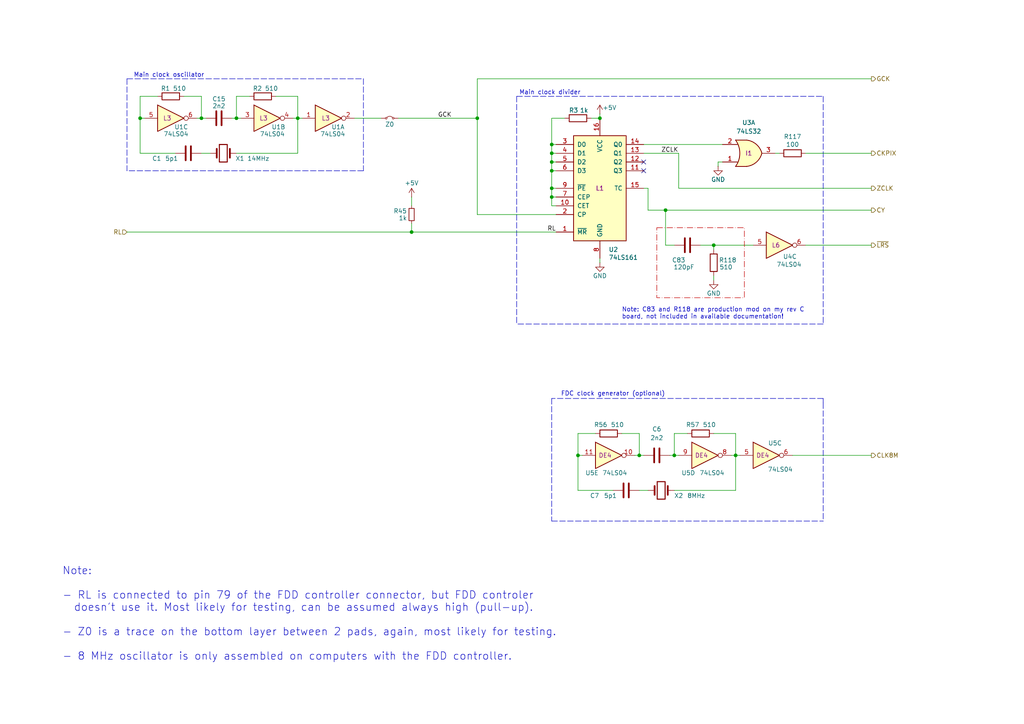
<source format=kicad_sch>
(kicad_sch (version 20231120) (generator "eeschema") (generator_version "8.0")
  (paper "A4")
  (title_block (title "Elwro 800 Junior Rev C - clock generators") (company "Przemysław Węgrzyn <pwegrzyn@codepainters.com>"))
  (lib_symbols
    (symbol "74xx:74LS04"
      (property "Reference" "U" (at 0 1.27 0))
      (property "Value" "74LS04" (at 0 -1.27 0))
      (symbol "74LS04_1_0"
        (polyline (pts (xy -3.81 3.81) (xy -3.81 -3.81) (xy 3.81 0) (xy -3.81 3.81)) (stroke (width 0.254)) (fill (type background)))
        (pin input line (at -7.62 0 0) (length 3.81) (name "~") (number "1"))
        (pin output inverted (at 7.62 0 180) (length 3.81) (name "~") (number "2"))
      )
      (symbol "74LS04_2_0"
        (polyline (pts (xy -3.81 3.81) (xy -3.81 -3.81) (xy 3.81 0) (xy -3.81 3.81)) (stroke (width 0.254)) (fill (type background)))
        (pin input line (at -7.62 0 0) (length 3.81) (name "~") (number "3"))
        (pin output inverted (at 7.62 0 180) (length 3.81) (name "~") (number "4"))
      )
      (symbol "74LS04_3_0"
        (polyline (pts (xy -3.81 3.81) (xy -3.81 -3.81) (xy 3.81 0) (xy -3.81 3.81)) (stroke (width 0.254)) (fill (type background)))
        (pin input line (at -7.62 0 0) (length 3.81) (name "~") (number "5"))
        (pin output inverted (at 7.62 0 180) (length 3.81) (name "~") (number "6"))
      )
      (symbol "74LS04_4_0"
        (polyline (pts (xy -3.81 3.81) (xy -3.81 -3.81) (xy 3.81 0) (xy -3.81 3.81)) (stroke (width 0.254)) (fill (type background)))
        (pin output inverted (at 7.62 0 180) (length 3.81) (name "~") (number "8"))
        (pin input line (at -7.62 0 0) (length 3.81) (name "~") (number "9"))
      )
      (symbol "74LS04_5_0"
        (polyline (pts (xy -3.81 3.81) (xy -3.81 -3.81) (xy 3.81 0) (xy -3.81 3.81)) (stroke (width 0.254)) (fill (type background)))
        (pin output inverted (at 7.62 0 180) (length 3.81) (name "~") (number "10"))
        (pin input line (at -7.62 0 0) (length 3.81) (name "~") (number "11"))
      )
      (symbol "74LS04_6_0"
        (polyline (pts (xy -3.81 3.81) (xy -3.81 -3.81) (xy 3.81 0) (xy -3.81 3.81)) (stroke (width 0.254)) (fill (type background)))
        (pin output inverted (at 7.62 0 180) (length 3.81) (name "~") (number "12"))
        (pin input line (at -7.62 0 0) (length 3.81) (name "~") (number "13"))
      )
      (symbol "74LS04_7_0"
        (pin power_in line (at 0 12.7 270) (length 5.08) (name "VCC") (number "14"))
        (pin power_in line (at 0 -12.7 90) (length 5.08) (name "GND") (number "7"))
      )
      (symbol "74LS04_7_1"
        (rectangle (start -5.08 7.62) (end 5.08 -7.62) (stroke (width 0.254)) (fill (type background)))
      )
    )
    (symbol "74xx:74LS161" (pin_names (offset 1.016))
      (property "Reference" "U" (at -7.62 16.51 0))
      (property "Value" "74LS161" (at -7.62 -16.51 0))
      (symbol "74LS161_1_0"
        (pin input line (at -12.7 -12.7 0) (length 5.08) (name "~{MR}") (number "1"))
        (pin input line (at -12.7 -5.08 0) (length 5.08) (name "CET") (number "10"))
        (pin output line (at 12.7 5.08 180) (length 5.08) (name "Q3") (number "11"))
        (pin output line (at 12.7 7.62 180) (length 5.08) (name "Q2") (number "12"))
        (pin output line (at 12.7 10.16 180) (length 5.08) (name "Q1") (number "13"))
        (pin output line (at 12.7 12.7 180) (length 5.08) (name "Q0") (number "14"))
        (pin output line (at 12.7 0 180) (length 5.08) (name "TC") (number "15"))
        (pin power_in line (at 0 20.32 270) (length 5.08) (name "VCC") (number "16"))
        (pin input line (at -12.7 -7.62 0) (length 5.08) (name "CP") (number "2"))
        (pin input line (at -12.7 12.7 0) (length 5.08) (name "D0") (number "3"))
        (pin input line (at -12.7 10.16 0) (length 5.08) (name "D1") (number "4"))
        (pin input line (at -12.7 7.62 0) (length 5.08) (name "D2") (number "5"))
        (pin input line (at -12.7 5.08 0) (length 5.08) (name "D3") (number "6"))
        (pin input line (at -12.7 -2.54 0) (length 5.08) (name "CEP") (number "7"))
        (pin power_in line (at 0 -20.32 90) (length 5.08) (name "GND") (number "8"))
        (pin input line (at -12.7 0 0) (length 5.08) (name "~{PE}") (number "9"))
      )
      (symbol "74LS161_1_1"
        (rectangle (start -7.62 15.24) (end 7.62 -15.24) (stroke (width 0.254)) (fill (type background)))
      )
    )
    (symbol "74xx:74LS32" (pin_names (offset 1.016))
      (property "Reference" "U" (at 0 1.27 0))
      (property "Value" "74LS32" (at 0 -1.27 0))
      (symbol "74LS32_1_1"
        (arc (start -3.81 -3.81) (mid -2.589 0) (end -3.81 3.81) (stroke (width 0.254)))
        (arc (start -0.6096 -3.81) (mid 2.1842 -2.5851) (end 3.81 0) (stroke (width 0.254)) (fill (type background)))
        (polyline (pts (xy -3.81 -3.81) (xy -0.635 -3.81)) (stroke (width 0.254)) (fill (type background)))
        (polyline (pts (xy -3.81 3.81) (xy -0.635 3.81)) (stroke (width 0.254)) (fill (type background)))
        (polyline (pts (xy -0.635 3.81) (xy -3.81 3.81) (xy -3.81 3.81) (xy -3.556 3.4036) (xy -3.0226 2.2606) (xy -2.6924 1.0414) (xy -2.6162 -0.254) (xy -2.7686 -1.4986) (xy -3.175 -2.7178) (xy -3.81 -3.81) (xy -3.81 -3.81) (xy -0.635 -3.81)) (stroke (width -25.4)) (fill (type background)))
        (arc (start 3.81 0) (mid 2.1915 2.5936) (end -0.6096 3.81) (stroke (width 0.254)) (fill (type background)))
        (pin input line (at -7.62 2.54 0) (length 4.318) (name "~") (number "1"))
        (pin input line (at -7.62 -2.54 0) (length 4.318) (name "~") (number "2"))
        (pin output line (at 7.62 0 180) (length 3.81) (name "~") (number "3"))
      )
      (symbol "74LS32_1_2"
        (arc (start 0 -3.81) (mid 3.7934 0) (end 0 3.81) (stroke (width 0.254)) (fill (type background)))
        (polyline (pts (xy 0 3.81) (xy -3.81 3.81) (xy -3.81 -3.81) (xy 0 -3.81)) (stroke (width 0.254)) (fill (type background)))
        (pin input inverted (at -7.62 2.54 0) (length 3.81) (name "~") (number "1"))
        (pin input inverted (at -7.62 -2.54 0) (length 3.81) (name "~") (number "2"))
        (pin output inverted (at 7.62 0 180) (length 3.81) (name "~") (number "3"))
      )
      (symbol "74LS32_2_1"
        (arc (start -3.81 -3.81) (mid -2.589 0) (end -3.81 3.81) (stroke (width 0.254)))
        (arc (start -0.6096 -3.81) (mid 2.1842 -2.5851) (end 3.81 0) (stroke (width 0.254)) (fill (type background)))
        (polyline (pts (xy -3.81 -3.81) (xy -0.635 -3.81)) (stroke (width 0.254)) (fill (type background)))
        (polyline (pts (xy -3.81 3.81) (xy -0.635 3.81)) (stroke (width 0.254)) (fill (type background)))
        (polyline (pts (xy -0.635 3.81) (xy -3.81 3.81) (xy -3.81 3.81) (xy -3.556 3.4036) (xy -3.0226 2.2606) (xy -2.6924 1.0414) (xy -2.6162 -0.254) (xy -2.7686 -1.4986) (xy -3.175 -2.7178) (xy -3.81 -3.81) (xy -3.81 -3.81) (xy -0.635 -3.81)) (stroke (width -25.4)) (fill (type background)))
        (arc (start 3.81 0) (mid 2.1915 2.5936) (end -0.6096 3.81) (stroke (width 0.254)) (fill (type background)))
        (pin input line (at -7.62 2.54 0) (length 4.318) (name "~") (number "4"))
        (pin input line (at -7.62 -2.54 0) (length 4.318) (name "~") (number "5"))
        (pin output line (at 7.62 0 180) (length 3.81) (name "~") (number "6"))
      )
      (symbol "74LS32_2_2"
        (arc (start 0 -3.81) (mid 3.7934 0) (end 0 3.81) (stroke (width 0.254)) (fill (type background)))
        (polyline (pts (xy 0 3.81) (xy -3.81 3.81) (xy -3.81 -3.81) (xy 0 -3.81)) (stroke (width 0.254)) (fill (type background)))
        (pin input inverted (at -7.62 2.54 0) (length 3.81) (name "~") (number "4"))
        (pin input inverted (at -7.62 -2.54 0) (length 3.81) (name "~") (number "5"))
        (pin output inverted (at 7.62 0 180) (length 3.81) (name "~") (number "6"))
      )
      (symbol "74LS32_3_1"
        (arc (start -3.81 -3.81) (mid -2.589 0) (end -3.81 3.81) (stroke (width 0.254)))
        (arc (start -0.6096 -3.81) (mid 2.1842 -2.5851) (end 3.81 0) (stroke (width 0.254)) (fill (type background)))
        (polyline (pts (xy -3.81 -3.81) (xy -0.635 -3.81)) (stroke (width 0.254)) (fill (type background)))
        (polyline (pts (xy -3.81 3.81) (xy -0.635 3.81)) (stroke (width 0.254)) (fill (type background)))
        (polyline (pts (xy -0.635 3.81) (xy -3.81 3.81) (xy -3.81 3.81) (xy -3.556 3.4036) (xy -3.0226 2.2606) (xy -2.6924 1.0414) (xy -2.6162 -0.254) (xy -2.7686 -1.4986) (xy -3.175 -2.7178) (xy -3.81 -3.81) (xy -3.81 -3.81) (xy -0.635 -3.81)) (stroke (width -25.4)) (fill (type background)))
        (arc (start 3.81 0) (mid 2.1915 2.5936) (end -0.6096 3.81) (stroke (width 0.254)) (fill (type background)))
        (pin input line (at -7.62 -2.54 0) (length 4.318) (name "~") (number "10"))
        (pin output line (at 7.62 0 180) (length 3.81) (name "~") (number "8"))
        (pin input line (at -7.62 2.54 0) (length 4.318) (name "~") (number "9"))
      )
      (symbol "74LS32_3_2"
        (arc (start 0 -3.81) (mid 3.7934 0) (end 0 3.81) (stroke (width 0.254)) (fill (type background)))
        (polyline (pts (xy 0 3.81) (xy -3.81 3.81) (xy -3.81 -3.81) (xy 0 -3.81)) (stroke (width 0.254)) (fill (type background)))
        (pin input inverted (at -7.62 -2.54 0) (length 3.81) (name "~") (number "10"))
        (pin output inverted (at 7.62 0 180) (length 3.81) (name "~") (number "8"))
        (pin input inverted (at -7.62 2.54 0) (length 3.81) (name "~") (number "9"))
      )
      (symbol "74LS32_4_1"
        (arc (start -3.81 -3.81) (mid -2.589 0) (end -3.81 3.81) (stroke (width 0.254)))
        (arc (start -0.6096 -3.81) (mid 2.1842 -2.5851) (end 3.81 0) (stroke (width 0.254)) (fill (type background)))
        (polyline (pts (xy -3.81 -3.81) (xy -0.635 -3.81)) (stroke (width 0.254)) (fill (type background)))
        (polyline (pts (xy -3.81 3.81) (xy -0.635 3.81)) (stroke (width 0.254)) (fill (type background)))
        (polyline (pts (xy -0.635 3.81) (xy -3.81 3.81) (xy -3.81 3.81) (xy -3.556 3.4036) (xy -3.0226 2.2606) (xy -2.6924 1.0414) (xy -2.6162 -0.254) (xy -2.7686 -1.4986) (xy -3.175 -2.7178) (xy -3.81 -3.81) (xy -3.81 -3.81) (xy -0.635 -3.81)) (stroke (width -25.4)) (fill (type background)))
        (arc (start 3.81 0) (mid 2.1915 2.5936) (end -0.6096 3.81) (stroke (width 0.254)) (fill (type background)))
        (pin output line (at 7.62 0 180) (length 3.81) (name "~") (number "11"))
        (pin input line (at -7.62 2.54 0) (length 4.318) (name "~") (number "12"))
        (pin input line (at -7.62 -2.54 0) (length 4.318) (name "~") (number "13"))
      )
      (symbol "74LS32_4_2"
        (arc (start 0 -3.81) (mid 3.7934 0) (end 0 3.81) (stroke (width 0.254)) (fill (type background)))
        (polyline (pts (xy 0 3.81) (xy -3.81 3.81) (xy -3.81 -3.81) (xy 0 -3.81)) (stroke (width 0.254)) (fill (type background)))
        (pin output inverted (at 7.62 0 180) (length 3.81) (name "~") (number "11"))
        (pin input inverted (at -7.62 2.54 0) (length 3.81) (name "~") (number "12"))
        (pin input inverted (at -7.62 -2.54 0) (length 3.81) (name "~") (number "13"))
      )
      (symbol "74LS32_5_0"
        (pin power_in line (at 0 12.7 270) (length 5.08) (name "VCC") (number "14"))
        (pin power_in line (at 0 -12.7 90) (length 5.08) (name "GND") (number "7"))
      )
      (symbol "74LS32_5_1"
        (rectangle (start -5.08 7.62) (end 5.08 -7.62) (stroke (width 0.254)) (fill (type background)))
      )
    )
    (symbol "Device:C" (pin_numbers hide) (pin_names (offset 0.254))
      (property "Reference" "C" (at 0.635 2.54 0))
      (property "Value" "C" (at 0.635 -2.54 0))
      (symbol "C_0_1"
        (polyline (pts (xy -2.032 -0.762) (xy 2.032 -0.762)) (stroke (width 0.508)))
        (polyline (pts (xy -2.032 0.762) (xy 2.032 0.762)) (stroke (width 0.508)))
      )
      (symbol "C_1_1"
        (pin passive line (at 0 3.81 270) (length 2.794) (name "~") (number "1"))
        (pin passive line (at 0 -3.81 90) (length 2.794) (name "~") (number "2"))
      )
    )
    (symbol "Device:Crystal" (pin_numbers hide) (pin_names (offset 1.016) hide)
      (property "Reference" "Y" (at 0 3.81 0))
      (property "Value" "Crystal" (at 0 -3.81 0))
      (symbol "Crystal_0_1"
        (rectangle (start -1.143 2.54) (end 1.143 -2.54) (stroke (width 0.3048)))
        (polyline (pts (xy -2.54 0) (xy -1.905 0)))
        (polyline (pts (xy -1.905 -1.27) (xy -1.905 1.27)) (stroke (width 0.508)))
        (polyline (pts (xy 1.905 -1.27) (xy 1.905 1.27)) (stroke (width 0.508)))
        (polyline (pts (xy 2.54 0) (xy 1.905 0)))
      )
      (symbol "Crystal_1_1"
        (pin passive line (at -3.81 0 0) (length 1.27) (name "1") (number "1"))
        (pin passive line (at 3.81 0 180) (length 1.27) (name "2") (number "2"))
      )
    )
    (symbol "Device:R" (pin_numbers hide) (pin_names (offset 0))
      (property "Reference" "R" (at 2.032 0 90))
      (property "Value" "R" (at 0 0 90))
      (symbol "R_0_1"
        (rectangle (start -1.016 -2.54) (end 1.016 2.54) (stroke (width 0.254)))
      )
      (symbol "R_1_1"
        (pin passive line (at 0 3.81 270) (length 1.27) (name "~") (number "1"))
        (pin passive line (at 0 -3.81 90) (length 1.27) (name "~") (number "2"))
      )
    )
    (symbol "Device:R_Small" (pin_numbers hide) (pin_names (offset 0.254) hide)
      (property "Reference" "R" (at 0.762 0.508 0))
      (property "Value" "R_Small" (at 0.762 -1.016 0))
      (symbol "R_Small_0_1"
        (rectangle (start -0.762 1.778) (end 0.762 -1.778) (stroke (width 0.2032)))
      )
      (symbol "R_Small_1_1"
        (pin passive line (at 0 2.54 270) (length 0.762) (name "~") (number "1"))
        (pin passive line (at 0 -2.54 90) (length 0.762) (name "~") (number "2"))
      )
    )
    (symbol "Jumper:Jumper_2_Small_Bridged" (pin_numbers hide) (pin_names (offset 0) hide) (exclude_from_sim yes)
      (property "Reference" "JP" (at 0 2.032 0))
      (property "Value" "Jumper_2_Small_Bridged" (at 0 -2.286 0))
      (symbol "Jumper_2_Small_Bridged_0_0"
        (circle (center -1.016 0) (radius 0.254))
        (circle (center 1.016 0) (radius 0.254))
      )
      (symbol "Jumper_2_Small_Bridged_0_1"
        (arc (start 0.762 0.254) (mid 0 0.5696) (end -0.762 0.254))
      )
      (symbol "Jumper_2_Small_Bridged_1_1"
        (pin passive line (at -2.54 0 0) (length 1.27) (name "A") (number "1"))
        (pin passive line (at 2.54 0 180) (length 1.27) (name "B") (number "2"))
      )
    )
    (symbol "power:+5V" (power) (pin_numbers hide) (pin_names (offset 0) hide)
      (property "Value" "+5V" (at 0 3.556 0))
      (symbol "+5V_0_1"
        (polyline (pts (xy -0.762 1.27) (xy 0 2.54)))
        (polyline (pts (xy 0 0) (xy 0 2.54)))
        (polyline (pts (xy 0 2.54) (xy 0.762 1.27)))
      )
      (symbol "+5V_1_1"
        (pin power_in line (at 0 0 90) (length 0) (name "~") (number "1"))
      )
    )
    (symbol "power:GND" (power) (pin_numbers hide) (pin_names (offset 0) hide)
      (property "Value" "GND" (at 0 -3.81 0))
      (symbol "GND_0_1"
        (polyline (pts (xy 0 0) (xy 0 -1.27) (xy 1.27 -1.27) (xy 0 -2.54) (xy -1.27 -1.27) (xy 0 -1.27)))
      )
      (symbol "GND_1_1"
        (pin power_in line (at 0 0 270) (length 0) (name "~") (number "1"))
      )
    )
  )
  (junction (at 160.02 54.61))
  (junction (at 160.02 57.15))
  (junction (at 160.02 44.45))
  (junction (at 58.42 34.29))
  (junction (at 195.58 132.08))
  (junction (at 160.02 41.91))
  (junction (at 207.01 71.12))
  (junction (at 167.64 132.08))
  (junction (at 173.99 34.29))
  (junction (at 185.42 132.08))
  (junction (at 40.64 34.29))
  (junction (at 86.36 34.29))
  (junction (at 160.02 46.99))
  (junction (at 119.38 67.31))
  (junction (at 193.04 60.96))
  (junction (at 213.36 132.08))
  (junction (at 160.02 49.53))
  (junction (at 138.43 34.29))
  (junction (at 68.58 34.29))
  (no_connect (at 186.69 49.53))
  (no_connect (at 186.69 46.99))
  (wire (pts (xy 195.58 125.73) (xy 199.39 125.73)))
  (wire (pts (xy 208.28 46.99) (xy 209.55 46.99)))
  (wire (pts (xy 193.04 71.12) (xy 193.04 60.96)))
  (polyline (pts (xy 160.02 115.57) (xy 160.02 151.13)) (stroke (width 0) (type dash)))
  (wire (pts (xy 160.02 54.61) (xy 160.02 49.53)))
  (polyline (pts (xy 36.83 22.86) (xy 105.41 22.86)) (stroke (width 0) (type dash)))
  (wire (pts (xy 187.96 60.96) (xy 187.96 54.61)))
  (wire (pts (xy 160.02 57.15) (xy 160.02 54.61)))
  (wire (pts (xy 233.68 44.45) (xy 252.73 44.45)))
  (polyline (pts (xy 105.41 22.86) (xy 105.41 49.53)) (stroke (width 0) (type dash)))
  (wire (pts (xy 195.58 132.08) (xy 196.85 132.08)))
  (wire (pts (xy 138.43 22.86) (xy 138.43 34.29)))
  (polyline (pts (xy 238.76 93.98) (xy 149.86 93.98)) (stroke (width 0) (type dash)))
  (wire (pts (xy 115.57 34.29) (xy 138.43 34.29)))
  (wire (pts (xy 119.38 67.31) (xy 36.83 67.31)))
  (wire (pts (xy 40.64 27.94) (xy 45.72 27.94)))
  (wire (pts (xy 86.36 34.29) (xy 87.63 34.29)))
  (wire (pts (xy 68.58 34.29) (xy 69.85 34.29)))
  (polyline (pts (xy 238.76 27.94) (xy 238.76 93.98)) (stroke (width 0) (type dash)))
  (wire (pts (xy 213.36 125.73) (xy 213.36 132.08)))
  (wire (pts (xy 58.42 27.94) (xy 58.42 34.29)))
  (wire (pts (xy 58.42 44.45) (xy 60.96 44.45)))
  (wire (pts (xy 186.69 41.91) (xy 209.55 41.91)))
  (wire (pts (xy 86.36 27.94) (xy 86.36 34.29)))
  (wire (pts (xy 187.96 54.61) (xy 186.69 54.61)))
  (wire (pts (xy 173.99 74.93) (xy 173.99 76.2)))
  (wire (pts (xy 193.04 60.96) (xy 252.73 60.96)))
  (wire (pts (xy 160.02 34.29) (xy 160.02 41.91)))
  (wire (pts (xy 68.58 44.45) (xy 86.36 44.45)))
  (polyline (pts (xy 149.86 27.94) (xy 238.76 27.94)) (stroke (width 0) (type dash)))
  (polyline (pts (xy 238.76 115.57) (xy 160.02 115.57)) (stroke (width 0) (type dash)))
  (wire (pts (xy 86.36 44.45) (xy 86.36 34.29)))
  (wire (pts (xy 167.64 142.24) (xy 167.64 132.08)))
  (wire (pts (xy 185.42 132.08) (xy 184.15 132.08)))
  (polyline (pts (xy 238.76 116.84) (xy 238.76 115.57)))
  (wire (pts (xy 67.31 34.29) (xy 68.58 34.29)))
  (wire (pts (xy 196.85 44.45) (xy 186.69 44.45)))
  (wire (pts (xy 167.64 125.73) (xy 172.72 125.73)))
  (polyline (pts (xy 36.83 22.86) (xy 36.83 49.53)) (stroke (width 0) (type dash)))
  (wire (pts (xy 208.28 48.26) (xy 208.28 46.99)))
  (wire (pts (xy 185.42 132.08) (xy 186.69 132.08)))
  (wire (pts (xy 163.83 34.29) (xy 160.02 34.29)))
  (wire (pts (xy 177.8 142.24) (xy 167.64 142.24)))
  (wire (pts (xy 194.31 132.08) (xy 195.58 132.08)))
  (wire (pts (xy 207.01 125.73) (xy 213.36 125.73)))
  (wire (pts (xy 160.02 57.15) (xy 161.29 57.15)))
  (wire (pts (xy 213.36 132.08) (xy 214.63 132.08)))
  (wire (pts (xy 138.43 62.23) (xy 161.29 62.23)))
  (wire (pts (xy 160.02 46.99) (xy 161.29 46.99)))
  (polyline (pts (xy 160.02 151.13) (xy 238.76 151.13)) (stroke (width 0) (type dash)))
  (wire (pts (xy 138.43 22.86) (xy 252.73 22.86)))
  (wire (pts (xy 196.85 54.61) (xy 196.85 44.45)))
  (wire (pts (xy 119.38 67.31) (xy 161.29 67.31)))
  (wire (pts (xy 195.58 71.12) (xy 193.04 71.12)))
  (wire (pts (xy 196.85 54.61) (xy 252.73 54.61)))
  (wire (pts (xy 167.64 132.08) (xy 167.64 125.73)))
  (wire (pts (xy 224.79 44.45) (xy 226.06 44.45)))
  (wire (pts (xy 195.58 142.24) (xy 213.36 142.24)))
  (wire (pts (xy 171.45 34.29) (xy 173.99 34.29)))
  (wire (pts (xy 207.01 71.12) (xy 218.44 71.12)))
  (polyline (pts (xy 149.86 27.94) (xy 149.86 93.98)) (stroke (width 0) (type dash)))
  (polyline (pts (xy 105.41 49.53) (xy 36.83 49.53)) (stroke (width 0) (type dash)))
  (wire (pts (xy 40.64 34.29) (xy 41.91 34.29)))
  (wire (pts (xy 173.99 33.02) (xy 173.99 34.29)))
  (wire (pts (xy 160.02 59.69) (xy 160.02 57.15)))
  (wire (pts (xy 58.42 34.29) (xy 57.15 34.29)))
  (wire (pts (xy 119.38 67.31) (xy 119.38 64.77)))
  (polyline (pts (xy 238.76 116.84) (xy 238.76 151.13)) (stroke (width 0) (type dash)))
  (wire (pts (xy 86.36 34.29) (xy 85.09 34.29)))
  (wire (pts (xy 160.02 44.45) (xy 161.29 44.45)))
  (wire (pts (xy 229.87 132.08) (xy 252.73 132.08)))
  (wire (pts (xy 195.58 132.08) (xy 195.58 125.73)))
  (wire (pts (xy 185.42 125.73) (xy 185.42 132.08)))
  (wire (pts (xy 167.64 132.08) (xy 168.91 132.08)))
  (wire (pts (xy 187.96 60.96) (xy 193.04 60.96)))
  (wire (pts (xy 53.34 27.94) (xy 58.42 27.94)))
  (wire (pts (xy 180.34 125.73) (xy 185.42 125.73)))
  (wire (pts (xy 185.42 142.24) (xy 187.96 142.24)))
  (wire (pts (xy 40.64 44.45) (xy 40.64 34.29)))
  (wire (pts (xy 68.58 27.94) (xy 72.39 27.94)))
  (wire (pts (xy 160.02 41.91) (xy 160.02 44.45)))
  (wire (pts (xy 80.01 27.94) (xy 86.36 27.94)))
  (wire (pts (xy 161.29 59.69) (xy 160.02 59.69)))
  (wire (pts (xy 203.2 71.12) (xy 207.01 71.12)))
  (wire (pts (xy 213.36 142.24) (xy 213.36 132.08)))
  (wire (pts (xy 102.87 34.29) (xy 110.49 34.29)))
  (wire (pts (xy 213.36 132.08) (xy 212.09 132.08)))
  (wire (pts (xy 119.38 59.69) (xy 119.38 57.15)))
  (wire (pts (xy 233.68 71.12) (xy 252.73 71.12)))
  (wire (pts (xy 160.02 44.45) (xy 160.02 46.99)))
  (wire (pts (xy 207.01 80.01) (xy 207.01 81.28)))
  (wire (pts (xy 40.64 34.29) (xy 40.64 27.94)))
  (wire (pts (xy 160.02 46.99) (xy 160.02 49.53)))
  (wire (pts (xy 161.29 41.91) (xy 160.02 41.91)))
  (wire (pts (xy 161.29 54.61) (xy 160.02 54.61)))
  (wire (pts (xy 58.42 34.29) (xy 59.69 34.29)))
  (wire (pts (xy 138.43 34.29) (xy 138.43 62.23)))
  (wire (pts (xy 160.02 49.53) (xy 161.29 49.53)))
  (wire (pts (xy 207.01 71.12) (xy 207.01 72.39)))
  (wire (pts (xy 68.58 34.29) (xy 68.58 27.94)))
  (wire (pts (xy 50.8 44.45) (xy 40.64 44.45)))
  (rectangle (start 190.5 66.04) (end 215.9 86.36) (stroke (width 0) (type dash_dot) (color 194 0 0 1)))
  (text "FDC clock generator (optional)" (at 177.8 114.3 0) (effects (font (size 1.27 1.27))))
  (text "Main clock oscillator" (at 49.022 21.844 0) (effects (font (size 1.27 1.27))))
  (text "Note: C83 and R118 are production mod on my rev C \nboard, not included in available documentation!" (at 180.34 90.932 0) (effects (font (size 1.27 1.27)) (justify left)))
  (text "Note:\n\n- RL is connected to pin 79 of the FDD controller connector, but FDD controler\n  doesn't use it. Most likely for testing, can be assumed always high (pull-up).\n\n- Z0 is a trace on the bottom layer between 2 pads, again, most likely for testing.\n\n- 8 MHz oscillator is only assembled on computers with the FDD controller.\n  \n  " (at 18.034 181.61 0) (effects (font (size 2.2 2.2)) (justify left)))
  (text "Main clock divider" (at 159.512 26.924 0) (effects (font (size 1.27 1.27))))
  (label "RL" (at 158.75 67.31 0))
  (label "GCK" (at 127 34.29 0))
  (label "ZCLK" (at 191.77 44.45 0))
  (hierarchical_label "GCK" (shape output) (at 252.73 22.86 0))
  (hierarchical_label "ZCLK" (shape output) (at 252.73 54.61 0))
  (hierarchical_label "CLK8M" (shape output) (at 252.73 132.08 0))
  (hierarchical_label "CY" (shape output) (at 252.73 60.96 0))
  (hierarchical_label "CKPIX" (shape output) (at 252.73 44.45 0))
  (hierarchical_label "~{LRS}" (shape output) (at 252.73 71.12 0))
  (hierarchical_label "RL" (shape input) (at 36.83 67.31 180))
  (symbol (lib_id "power:+5V") (at 119.38 57.15 0) (unit 1)
    (property "Reference" "#PWR0185" (effects (hide yes)))
    (property "Value" "+5V" (at 117.348 53.086 0) (effects (justify left)))
    (property "Description" "Power symbol creates a global label with name \"+5V\"" (effects (hide yes)))
  )
  (symbol (lib_id "74xx:74LS04") (at 176.53 132.08 0) (unit 5)
    (property "Reference" "U5" (at 171.704 137.16 0))
    (property "Value" "74LS04" (at 178.308 137.16 0))
    (property "Footprint" "e800j_custom:DIP14_300" (effects (hide yes)))
    (property "Datasheet" "http://www.ti.com/lit/gpn/sn74LS04" (effects (hide yes)))
    (property "Description" "Hex Inverter" (effects (hide yes)))
    (property "OrigRef" "DE4" (at 175.514 132.08 0))
    (property "OrigType" "UCY74LS04N" (effects (hide yes)))
  )
  (symbol (lib_id "Device:R") (at 167.64 34.29 270) (unit 1)
    (property "Reference" "R3" (at 166.37 32.004 90))
    (property "Value" "1k" (at 169.418 32.004 90))
    (property "Footprint" "e800j_custom:r_400" (effects (hide yes)))
    (property "Description" "Resistor" (effects (hide yes)))
  )
  (symbol (lib_id "Jumper:Jumper_2_Small_Bridged") (at 113.03 34.29 0) (unit 1) (exclude_from_sim yes) (in_bom no)
    (property "Reference" "Z0" (at 113.03 36.068 0))
    (property "Value" "Jumper_2_Small_Bridged" (effects (hide yes)))
    (property "Footprint" "e800j_custom:jmp_100_nc_b" (effects (hide yes)))
    (property "Description" "Jumper, 2-pole, small symbol, bridged" (effects (hide yes)))
  )
  (symbol (lib_id "74xx:74LS161") (at 173.99 54.61 0) (unit 1)
    (property "Reference" "U2" (at 176.53 72.39 0) (effects (justify left)))
    (property "Value" "74LS161" (at 176.53 74.676 0) (effects (justify left)))
    (property "Footprint" "e800j_custom:DIP16_300" (effects (hide yes)))
    (property "Datasheet" "http://www.ti.com/lit/gpn/sn74LS161" (effects (hide yes)))
    (property "Description" "Synchronous 4-bit programmable binary Counter" (effects (hide yes)))
    (property "OrigRef" "L1" (at 173.99 54.61 0))
    (property "OrigType" "К555ИЕ10" (effects (hide yes)))
  )
  (symbol (lib_id "Device:R") (at 76.2 27.94 270) (unit 1)
    (property "Reference" "R2" (at 74.676 25.654 90))
    (property "Value" "510" (at 78.74 25.654 90))
    (property "Footprint" "e800j_custom:r_400" (effects (hide yes)))
    (property "Description" "Resistor" (effects (hide yes)))
    (property "OrigValue" "511" (effects (hide yes)))
  )
  (symbol (lib_id "Device:C") (at 63.5 34.29 270) (unit 1)
    (property "Reference" "C15" (at 63.5 28.702 90))
    (property "Value" "2n2" (at 63.5 30.734 90))
    (property "Footprint" "e800j_custom:c_100" (effects (hide yes)))
    (property "Description" "Unpolarized capacitor" (effects (hide yes)))
  )
  (symbol (lib_id "power:GND") (at 208.28 48.26 0) (unit 1)
    (property "Reference" "#PWR03" (effects (hide yes)))
    (property "Value" "GND" (at 208.28 52.07 0))
    (property "Description" "Power symbol creates a global label with name \"GND\" , ground" (effects (hide yes)))
  )
  (symbol (lib_id "Device:R_Small") (at 119.38 62.23 180) (unit 1)
    (property "Reference" "R45" (at 116.078 61.214 0))
    (property "Value" "1k" (at 116.84 63.246 0))
    (property "Footprint" "e800j_custom:r_400" (effects (hide yes)))
    (property "Description" "Resistor, small symbol" (effects (hide yes)))
  )
  (symbol (lib_id "74xx:74LS04") (at 222.25 132.08 0) (unit 3)
    (property "Reference" "U5" (at 224.79 128.524 0))
    (property "Value" "74LS04" (at 226.314 136.144 0))
    (property "Footprint" "e800j_custom:DIP14_300" (effects (hide yes)))
    (property "Datasheet" "http://www.ti.com/lit/gpn/sn74LS04" (effects (hide yes)))
    (property "Description" "Hex Inverter" (effects (hide yes)))
    (property "OrigRef" "DE4" (at 221.234 132.08 0))
    (property "OrigType" "UCY74LS04N" (effects (hide yes)))
  )
  (symbol (lib_id "Device:C") (at 190.5 132.08 270) (unit 1)
    (property "Reference" "C6" (at 190.5 124.46 90))
    (property "Value" "2n2" (at 190.5 127 90))
    (property "Footprint" "e800j_custom:c_100" (effects (hide yes)))
    (property "Description" "Unpolarized capacitor" (effects (hide yes)))
  )
  (symbol (lib_id "74xx:74LS04") (at 77.47 34.29 0) (unit 2)
    (property "Reference" "U1" (at 80.772 36.83 0))
    (property "Value" "74LS04" (at 78.994 38.862 0))
    (property "Footprint" "e800j_custom:DIP14_300" (effects (hide yes)))
    (property "Datasheet" "http://www.ti.com/lit/gpn/sn74LS04" (effects (hide yes)))
    (property "Description" "Hex Inverter" (effects (hide yes)))
    (property "OrigRef" "L3" (at 76.454 34.29 0))
    (property "OrigType" "UCY74LS04N" (effects (hide yes)))
  )
  (symbol (lib_id "Device:C") (at 54.61 44.45 90) (unit 1)
    (property "Reference" "C1" (at 45.466 45.974 90))
    (property "Value" "5p1" (at 49.784 45.974 90))
    (property "Footprint" "e800j_custom:c_200" (effects (hide yes)))
    (property "Description" "Unpolarized capacitor" (effects (hide yes)))
  )
  (symbol (lib_id "74xx:74LS32") (at 217.17 44.45 0) (mirror x) (unit 1)
    (property "Reference" "U3" (at 217.17 35.56 0))
    (property "Value" "74LS32" (at 217.17 38.1 0))
    (property "Footprint" "e800j_custom:DIP14_300" (effects (hide yes)))
    (property "Datasheet" "http://www.ti.com/lit/gpn/sn74LS32" (effects (hide yes)))
    (property "Description" "Quad 2-input OR" (effects (hide yes)))
    (property "OrigRef" "I1" (at 217.17 44.45 0))
    (property "OrigType" "UCY74LS32N" (effects (hide yes)))
  )
  (symbol (lib_id "power:GND") (at 207.01 81.28 0) (unit 1)
    (property "Reference" "#PWR0100" (effects (hide yes)))
    (property "Value" "GND" (at 207.01 85.09 0))
    (property "Description" "Power symbol creates a global label with name \"GND\" , ground" (effects (hide yes)))
  )
  (symbol (lib_id "Device:R") (at 49.53 27.94 270) (unit 1)
    (property "Reference" "R1" (at 48.006 25.654 90))
    (property "Value" "510" (at 52.07 25.654 90))
    (property "Footprint" "e800j_custom:r_400" (effects (hide yes)))
    (property "Description" "Resistor" (effects (hide yes)))
    (property "OrigValue" "511" (effects (hide yes)))
  )
  (symbol (lib_id "Device:R") (at 207.01 76.2 0) (unit 1) (on_board no)
    (property "Reference" "R118" (at 211.074 75.438 0))
    (property "Value" "510" (at 210.566 77.47 0))
    (property "Footprint" "e800j_custom:r_400" (effects (hide yes)))
    (property "Description" "Resistor" (effects (hide yes)))
    (property "OrigValue" "511" (effects (hide yes)))
  )
  (symbol (lib_id "Device:C") (at 181.61 142.24 90) (unit 1)
    (property "Reference" "C7" (at 172.466 143.764 90))
    (property "Value" "5p1" (at 177.038 143.764 90))
    (property "Footprint" "e800j_custom:c_200" (effects (hide yes)))
    (property "Description" "Unpolarized capacitor" (effects (hide yes)))
  )
  (symbol (lib_id "Device:R") (at 203.2 125.73 90) (unit 1)
    (property "Reference" "R57" (at 200.914 123.19 90))
    (property "Value" "510" (at 205.74 123.19 90))
    (property "Footprint" "e800j_custom:r_400" (effects (hide yes)))
    (property "Description" "Resistor" (effects (hide yes)))
    (property "OrigValue" "511" (effects (hide yes)))
  )
  (symbol (lib_id "Device:R") (at 229.87 44.45 90) (unit 1)
    (property "Reference" "R117" (at 229.87 39.624 90))
    (property "Value" "100" (at 229.87 41.91 90))
    (property "Footprint" "e800j_custom:r_400_100" (effects (hide yes)))
    (property "Description" "Resistor" (effects (hide yes)))
  )
  (symbol (lib_id "power:+5V") (at 173.99 33.02 0) (unit 1)
    (property "Reference" "#PWR01" (effects (hide yes)))
    (property "Value" "+5V" (at 176.784 31.242 0))
    (property "Description" "Power symbol creates a global label with name \"+5V\"" (effects (hide yes)))
  )
  (symbol (lib_id "74xx:74LS04") (at 226.06 71.12 0) (unit 3)
    (property "Reference" "U4" (at 229.108 74.422 0))
    (property "Value" "74LS04" (at 228.854 76.708 0))
    (property "Footprint" "e800j_custom:DIP14_300" (effects (hide yes)))
    (property "Datasheet" "http://www.ti.com/lit/gpn/sn74LS04" (effects (hide yes)))
    (property "Description" "Hex Inverter" (effects (hide yes)))
    (property "OrigRef" "L6" (at 225.044 71.12 0))
    (property "OrigType" "UCY74LS04N" (effects (hide yes)))
  )
  (symbol (lib_id "Device:R") (at 176.53 125.73 270) (unit 1)
    (property "Reference" "R56" (at 174.244 123.19 90))
    (property "Value" "510" (at 179.07 123.19 90))
    (property "Footprint" "e800j_custom:r_400" (effects (hide yes)))
    (property "Description" "Resistor" (effects (hide yes)))
    (property "OrigValue" "511" (effects (hide yes)))
  )
  (symbol (lib_id "Device:Crystal") (at 191.77 142.24 180) (unit 1)
    (property "Reference" "X2" (at 196.85 143.764 0))
    (property "Value" "8MHz" (at 201.93 143.764 0))
    (property "Footprint" "e800j_custom:xtal" (effects (hide yes)))
    (property "Description" "Two pin crystal" (effects (hide yes)))
  )
  (symbol (lib_id "74xx:74LS04") (at 95.25 34.29 0) (unit 1)
    (property "Reference" "U1" (at 98.044 36.83 0))
    (property "Value" "74LS04" (at 96.52 38.862 0))
    (property "Footprint" "e800j_custom:DIP14_300" (effects (hide yes)))
    (property "Datasheet" "http://www.ti.com/lit/gpn/sn74LS04" (effects (hide yes)))
    (property "Description" "Hex Inverter" (effects (hide yes)))
    (property "OrigRef" "L3" (at 94.488 34.29 0))
    (property "OrigType" "UCY74LS04N" (effects (hide yes)))
  )
  (symbol (lib_id "Device:Crystal") (at 64.77 44.45 0) (unit 1)
    (property "Reference" "X1" (at 69.596 45.974 0))
    (property "Value" "14MHz" (at 74.93 45.974 0))
    (property "Footprint" "e800j_custom:xtal" (effects (hide yes)))
    (property "Description" "Two pin crystal" (effects (hide yes)))
  )
  (symbol (lib_id "74xx:74LS04") (at 49.53 34.29 0) (unit 3)
    (property "Reference" "U1" (at 52.578 36.83 0))
    (property "Value" "74LS04" (at 51.054 38.862 0))
    (property "Footprint" "e800j_custom:DIP14_300" (effects (hide yes)))
    (property "Datasheet" "http://www.ti.com/lit/gpn/sn74LS04" (effects (hide yes)))
    (property "Description" "Hex Inverter" (effects (hide yes)))
    (property "OrigRef" "L3" (at 48.514 34.29 0))
    (property "OrigType" "UCY74LS04N" (effects (hide yes)))
  )
  (symbol (lib_id "power:GND") (at 173.99 76.2 0) (unit 1)
    (property "Reference" "#PWR02" (effects (hide yes)))
    (property "Value" "GND" (at 173.99 80.01 0))
    (property "Description" "Power symbol creates a global label with name \"GND\" , ground" (effects (hide yes)))
  )
  (symbol (lib_id "Device:C") (at 199.39 71.12 90) (unit 1) (on_board no)
    (property "Reference" "C83" (at 196.85 75.438 90))
    (property "Value" "120pF" (at 198.374 77.47 90))
    (property "Description" "Unpolarized capacitor" (effects (hide yes)))
  )
  (symbol (lib_id "74xx:74LS04") (at 204.47 132.08 0) (unit 4)
    (property "Reference" "U5" (at 199.644 137.16 0))
    (property "Value" "74LS04" (at 206.502 137.16 0))
    (property "Footprint" "e800j_custom:DIP14_300" (effects (hide yes)))
    (property "Datasheet" "http://www.ti.com/lit/gpn/sn74LS04" (effects (hide yes)))
    (property "Description" "Hex Inverter" (effects (hide yes)))
    (property "OrigRef" "DE4" (at 203.454 132.08 0))
    (property "OrigType" "UCY74LS04N" (effects (hide yes)))
  )
)
</source>
